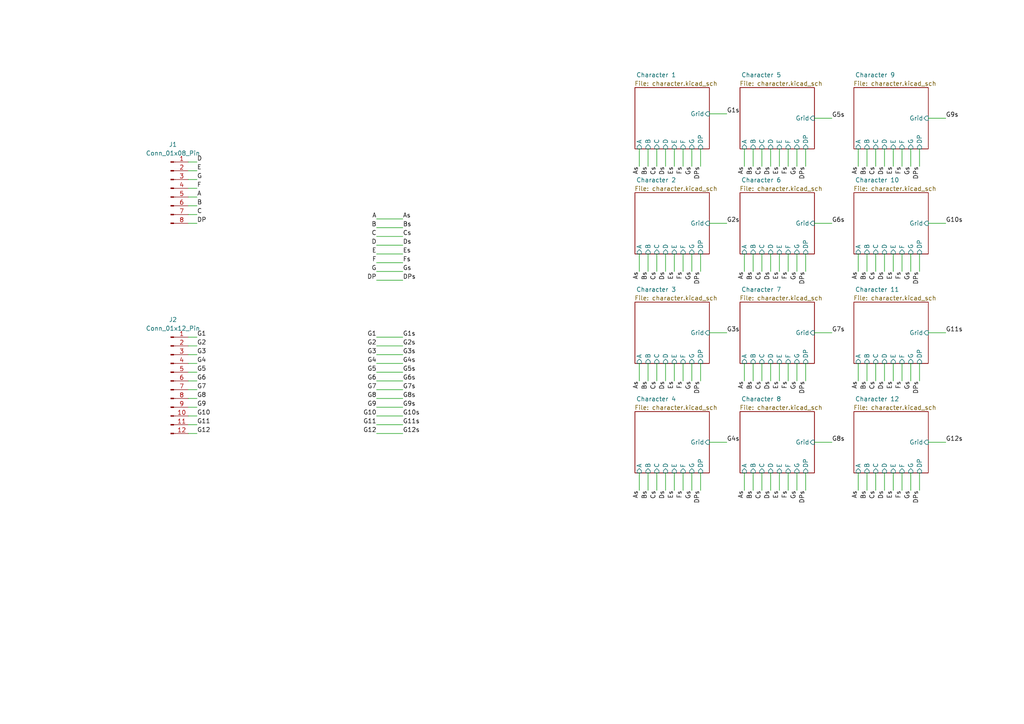
<source format=kicad_sch>
(kicad_sch (version 20230819) (generator eeschema)
  (paper "A4")
  (lib_symbols
    (symbol "Connector:Conn_01x08_Pin" (pin_names (offset 1.016) hide)
      (property "Reference" "J" (at 0 10.16 0))
      (property "Value" "Conn_01x08_Pin" (at 0 -12.7 0))
      (symbol "Conn_01x08_Pin_1_1"
        (polyline (pts (xy 1.27 -10.16) (xy 0.8636 -10.16)) (stroke (width 0.1524)))
        (polyline (pts (xy 1.27 -7.62) (xy 0.8636 -7.62)) (stroke (width 0.1524)))
        (polyline (pts (xy 1.27 -5.08) (xy 0.8636 -5.08)) (stroke (width 0.1524)))
        (polyline (pts (xy 1.27 -2.54) (xy 0.8636 -2.54)) (stroke (width 0.1524)))
        (polyline (pts (xy 1.27 0) (xy 0.8636 0)) (stroke (width 0.1524)))
        (polyline (pts (xy 1.27 2.54) (xy 0.8636 2.54)) (stroke (width 0.1524)))
        (polyline (pts (xy 1.27 5.08) (xy 0.8636 5.08)) (stroke (width 0.1524)))
        (polyline (pts (xy 1.27 7.62) (xy 0.8636 7.62)) (stroke (width 0.1524)))
        (rectangle (start 0.8636 -10.033) (end 0 -10.287) (stroke (width 0.1524)) (fill (type outline)))
        (rectangle (start 0.8636 -7.493) (end 0 -7.747) (stroke (width 0.1524)) (fill (type outline)))
        (rectangle (start 0.8636 -4.953) (end 0 -5.207) (stroke (width 0.1524)) (fill (type outline)))
        (rectangle (start 0.8636 -2.413) (end 0 -2.667) (stroke (width 0.1524)) (fill (type outline)))
        (rectangle (start 0.8636 0.127) (end 0 -0.127) (stroke (width 0.1524)) (fill (type outline)))
        (rectangle (start 0.8636 2.667) (end 0 2.413) (stroke (width 0.1524)) (fill (type outline)))
        (rectangle (start 0.8636 5.207) (end 0 4.953) (stroke (width 0.1524)) (fill (type outline)))
        (rectangle (start 0.8636 7.747) (end 0 7.493) (stroke (width 0.1524)) (fill (type outline)))
        (pin passive line (at 5.08 7.62 180) (length 3.81) (name "Pin_1") (number "1"))
        (pin passive line (at 5.08 5.08 180) (length 3.81) (name "Pin_2") (number "2"))
        (pin passive line (at 5.08 2.54 180) (length 3.81) (name "Pin_3") (number "3"))
        (pin passive line (at 5.08 0 180) (length 3.81) (name "Pin_4") (number "4"))
        (pin passive line (at 5.08 -2.54 180) (length 3.81) (name "Pin_5") (number "5"))
        (pin passive line (at 5.08 -5.08 180) (length 3.81) (name "Pin_6") (number "6"))
        (pin passive line (at 5.08 -7.62 180) (length 3.81) (name "Pin_7") (number "7"))
        (pin passive line (at 5.08 -10.16 180) (length 3.81) (name "Pin_8") (number "8"))
      )
    )
    (symbol "Connector:Conn_01x12_Pin" (pin_names (offset 1.016) hide)
      (property "Reference" "J" (at 0 15.24 0))
      (property "Value" "Conn_01x12_Pin" (at 0 -17.78 0))
      (symbol "Conn_01x12_Pin_1_1"
        (polyline (pts (xy 1.27 -15.24) (xy 0.8636 -15.24)) (stroke (width 0.1524)))
        (polyline (pts (xy 1.27 -12.7) (xy 0.8636 -12.7)) (stroke (width 0.1524)))
        (polyline (pts (xy 1.27 -10.16) (xy 0.8636 -10.16)) (stroke (width 0.1524)))
        (polyline (pts (xy 1.27 -7.62) (xy 0.8636 -7.62)) (stroke (width 0.1524)))
        (polyline (pts (xy 1.27 -5.08) (xy 0.8636 -5.08)) (stroke (width 0.1524)))
        (polyline (pts (xy 1.27 -2.54) (xy 0.8636 -2.54)) (stroke (width 0.1524)))
        (polyline (pts (xy 1.27 0) (xy 0.8636 0)) (stroke (width 0.1524)))
        (polyline (pts (xy 1.27 2.54) (xy 0.8636 2.54)) (stroke (width 0.1524)))
        (polyline (pts (xy 1.27 5.08) (xy 0.8636 5.08)) (stroke (width 0.1524)))
        (polyline (pts (xy 1.27 7.62) (xy 0.8636 7.62)) (stroke (width 0.1524)))
        (polyline (pts (xy 1.27 10.16) (xy 0.8636 10.16)) (stroke (width 0.1524)))
        (polyline (pts (xy 1.27 12.7) (xy 0.8636 12.7)) (stroke (width 0.1524)))
        (rectangle (start 0.8636 -15.113) (end 0 -15.367) (stroke (width 0.1524)) (fill (type outline)))
        (rectangle (start 0.8636 -12.573) (end 0 -12.827) (stroke (width 0.1524)) (fill (type outline)))
        (rectangle (start 0.8636 -10.033) (end 0 -10.287) (stroke (width 0.1524)) (fill (type outline)))
        (rectangle (start 0.8636 -7.493) (end 0 -7.747) (stroke (width 0.1524)) (fill (type outline)))
        (rectangle (start 0.8636 -4.953) (end 0 -5.207) (stroke (width 0.1524)) (fill (type outline)))
        (rectangle (start 0.8636 -2.413) (end 0 -2.667) (stroke (width 0.1524)) (fill (type outline)))
        (rectangle (start 0.8636 0.127) (end 0 -0.127) (stroke (width 0.1524)) (fill (type outline)))
        (rectangle (start 0.8636 2.667) (end 0 2.413) (stroke (width 0.1524)) (fill (type outline)))
        (rectangle (start 0.8636 5.207) (end 0 4.953) (stroke (width 0.1524)) (fill (type outline)))
        (rectangle (start 0.8636 7.747) (end 0 7.493) (stroke (width 0.1524)) (fill (type outline)))
        (rectangle (start 0.8636 10.287) (end 0 10.033) (stroke (width 0.1524)) (fill (type outline)))
        (rectangle (start 0.8636 12.827) (end 0 12.573) (stroke (width 0.1524)) (fill (type outline)))
        (pin passive line (at 5.08 12.7 180) (length 3.81) (name "Pin_1") (number "1"))
        (pin passive line (at 5.08 -10.16 180) (length 3.81) (name "Pin_10") (number "10"))
        (pin passive line (at 5.08 -12.7 180) (length 3.81) (name "Pin_11") (number "11"))
        (pin passive line (at 5.08 -15.24 180) (length 3.81) (name "Pin_12") (number "12"))
        (pin passive line (at 5.08 10.16 180) (length 3.81) (name "Pin_2") (number "2"))
        (pin passive line (at 5.08 7.62 180) (length 3.81) (name "Pin_3") (number "3"))
        (pin passive line (at 5.08 5.08 180) (length 3.81) (name "Pin_4") (number "4"))
        (pin passive line (at 5.08 2.54 180) (length 3.81) (name "Pin_5") (number "5"))
        (pin passive line (at 5.08 0 180) (length 3.81) (name "Pin_6") (number "6"))
        (pin passive line (at 5.08 -2.54 180) (length 3.81) (name "Pin_7") (number "7"))
        (pin passive line (at 5.08 -5.08 180) (length 3.81) (name "Pin_8") (number "8"))
        (pin passive line (at 5.08 -7.62 180) (length 3.81) (name "Pin_9") (number "9"))
      )
    )
  )
  (wire (pts (xy 236.22 34.29) (xy 241.3 34.29)))
  (wire (pts (xy 228.6 43.18) (xy 228.6 48.26)))
  (wire (pts (xy 57.15 97.79) (xy 54.61 97.79)))
  (wire (pts (xy 57.15 125.73) (xy 54.61 125.73)))
  (wire (pts (xy 195.58 137.16) (xy 195.58 142.24)))
  (wire (pts (xy 218.44 73.66) (xy 218.44 78.74)))
  (wire (pts (xy 233.68 43.18) (xy 233.68 48.26)))
  (wire (pts (xy 215.9 137.16) (xy 215.9 142.24)))
  (wire (pts (xy 226.06 105.41) (xy 226.06 110.49)))
  (wire (pts (xy 57.15 59.69) (xy 54.61 59.69)))
  (wire (pts (xy 269.24 128.27) (xy 274.32 128.27)))
  (wire (pts (xy 109.22 107.95) (xy 116.84 107.95)))
  (wire (pts (xy 236.22 96.52) (xy 241.3 96.52)))
  (wire (pts (xy 109.22 76.2) (xy 116.84 76.2)))
  (wire (pts (xy 193.04 73.66) (xy 193.04 78.74)))
  (wire (pts (xy 185.42 43.18) (xy 185.42 48.26)))
  (wire (pts (xy 259.08 105.41) (xy 259.08 110.49)))
  (wire (pts (xy 218.44 43.18) (xy 218.44 48.26)))
  (wire (pts (xy 254 43.18) (xy 254 48.26)))
  (wire (pts (xy 261.62 43.18) (xy 261.62 48.26)))
  (wire (pts (xy 215.9 43.18) (xy 215.9 48.26)))
  (wire (pts (xy 109.22 68.58) (xy 116.84 68.58)))
  (wire (pts (xy 109.22 102.87) (xy 116.84 102.87)))
  (wire (pts (xy 195.58 43.18) (xy 195.58 48.26)))
  (wire (pts (xy 233.68 137.16) (xy 233.68 142.24)))
  (wire (pts (xy 231.14 43.18) (xy 231.14 48.26)))
  (wire (pts (xy 236.22 128.27) (xy 241.3 128.27)))
  (wire (pts (xy 261.62 137.16) (xy 261.62 142.24)))
  (wire (pts (xy 248.92 73.66) (xy 248.92 78.74)))
  (wire (pts (xy 220.98 137.16) (xy 220.98 142.24)))
  (wire (pts (xy 266.7 73.66) (xy 266.7 78.74)))
  (wire (pts (xy 109.22 81.28) (xy 116.84 81.28)))
  (wire (pts (xy 256.54 105.41) (xy 256.54 110.49)))
  (wire (pts (xy 223.52 137.16) (xy 223.52 142.24)))
  (wire (pts (xy 220.98 43.18) (xy 220.98 48.26)))
  (wire (pts (xy 187.96 43.18) (xy 187.96 48.26)))
  (wire (pts (xy 269.24 96.52) (xy 274.32 96.52)))
  (wire (pts (xy 57.15 113.03) (xy 54.61 113.03)))
  (wire (pts (xy 57.15 115.57) (xy 54.61 115.57)))
  (wire (pts (xy 200.66 137.16) (xy 200.66 142.24)))
  (wire (pts (xy 109.22 123.19) (xy 116.84 123.19)))
  (wire (pts (xy 190.5 73.66) (xy 190.5 78.74)))
  (wire (pts (xy 185.42 105.41) (xy 185.42 110.49)))
  (wire (pts (xy 57.15 100.33) (xy 54.61 100.33)))
  (wire (pts (xy 205.74 96.52) (xy 210.82 96.52)))
  (wire (pts (xy 228.6 105.41) (xy 228.6 110.49)))
  (wire (pts (xy 57.15 107.95) (xy 54.61 107.95)))
  (wire (pts (xy 200.66 43.18) (xy 200.66 48.26)))
  (wire (pts (xy 57.15 102.87) (xy 54.61 102.87)))
  (wire (pts (xy 254 105.41) (xy 254 110.49)))
  (wire (pts (xy 57.15 64.77) (xy 54.61 64.77)))
  (wire (pts (xy 57.15 54.61) (xy 54.61 54.61)))
  (wire (pts (xy 109.22 115.57) (xy 116.84 115.57)))
  (wire (pts (xy 109.22 97.79) (xy 116.84 97.79)))
  (wire (pts (xy 195.58 73.66) (xy 195.58 78.74)))
  (wire (pts (xy 57.15 120.65) (xy 54.61 120.65)))
  (wire (pts (xy 203.2 105.41) (xy 203.2 110.49)))
  (wire (pts (xy 193.04 105.41) (xy 193.04 110.49)))
  (wire (pts (xy 215.9 73.66) (xy 215.9 78.74)))
  (wire (pts (xy 57.15 123.19) (xy 54.61 123.19)))
  (wire (pts (xy 251.46 43.18) (xy 251.46 48.26)))
  (wire (pts (xy 266.7 105.41) (xy 266.7 110.49)))
  (wire (pts (xy 190.5 105.41) (xy 190.5 110.49)))
  (wire (pts (xy 254 73.66) (xy 254 78.74)))
  (wire (pts (xy 228.6 137.16) (xy 228.6 142.24)))
  (wire (pts (xy 190.5 43.18) (xy 190.5 48.26)))
  (wire (pts (xy 269.24 64.77) (xy 274.32 64.77)))
  (wire (pts (xy 264.16 137.16) (xy 264.16 142.24)))
  (wire (pts (xy 248.92 137.16) (xy 248.92 142.24)))
  (wire (pts (xy 205.74 33.02) (xy 210.82 33.02)))
  (wire (pts (xy 205.74 64.77) (xy 210.82 64.77)))
  (wire (pts (xy 226.06 137.16) (xy 226.06 142.24)))
  (wire (pts (xy 223.52 73.66) (xy 223.52 78.74)))
  (wire (pts (xy 203.2 137.16) (xy 203.2 142.24)))
  (wire (pts (xy 266.7 137.16) (xy 266.7 142.24)))
  (wire (pts (xy 248.92 105.41) (xy 248.92 110.49)))
  (wire (pts (xy 218.44 105.41) (xy 218.44 110.49)))
  (wire (pts (xy 264.16 73.66) (xy 264.16 78.74)))
  (wire (pts (xy 226.06 43.18) (xy 226.06 48.26)))
  (wire (pts (xy 269.24 34.29) (xy 274.32 34.29)))
  (wire (pts (xy 256.54 73.66) (xy 256.54 78.74)))
  (wire (pts (xy 231.14 105.41) (xy 231.14 110.49)))
  (wire (pts (xy 109.22 73.66) (xy 116.84 73.66)))
  (wire (pts (xy 215.9 105.41) (xy 215.9 110.49)))
  (wire (pts (xy 236.22 64.77) (xy 241.3 64.77)))
  (wire (pts (xy 109.22 63.5) (xy 116.84 63.5)))
  (wire (pts (xy 223.52 43.18) (xy 223.52 48.26)))
  (wire (pts (xy 109.22 66.04) (xy 116.84 66.04)))
  (wire (pts (xy 200.66 73.66) (xy 200.66 78.74)))
  (wire (pts (xy 231.14 73.66) (xy 231.14 78.74)))
  (wire (pts (xy 198.12 105.41) (xy 198.12 110.49)))
  (wire (pts (xy 203.2 43.18) (xy 203.2 48.26)))
  (wire (pts (xy 226.06 73.66) (xy 226.06 78.74)))
  (wire (pts (xy 57.15 57.15) (xy 54.61 57.15)))
  (wire (pts (xy 109.22 110.49) (xy 116.84 110.49)))
  (wire (pts (xy 198.12 43.18) (xy 198.12 48.26)))
  (wire (pts (xy 109.22 120.65) (xy 116.84 120.65)))
  (wire (pts (xy 193.04 43.18) (xy 193.04 48.26)))
  (wire (pts (xy 266.7 43.18) (xy 266.7 48.26)))
  (wire (pts (xy 218.44 137.16) (xy 218.44 142.24)))
  (wire (pts (xy 195.58 105.41) (xy 195.58 110.49)))
  (wire (pts (xy 223.52 105.41) (xy 223.52 110.49)))
  (wire (pts (xy 57.15 49.53) (xy 54.61 49.53)))
  (wire (pts (xy 264.16 43.18) (xy 264.16 48.26)))
  (wire (pts (xy 251.46 137.16) (xy 251.46 142.24)))
  (wire (pts (xy 254 137.16) (xy 254 142.24)))
  (wire (pts (xy 231.14 137.16) (xy 231.14 142.24)))
  (wire (pts (xy 185.42 137.16) (xy 185.42 142.24)))
  (wire (pts (xy 57.15 118.11) (xy 54.61 118.11)))
  (wire (pts (xy 259.08 137.16) (xy 259.08 142.24)))
  (wire (pts (xy 109.22 78.74) (xy 116.84 78.74)))
  (wire (pts (xy 109.22 105.41) (xy 116.84 105.41)))
  (wire (pts (xy 185.42 73.66) (xy 185.42 78.74)))
  (wire (pts (xy 259.08 43.18) (xy 259.08 48.26)))
  (wire (pts (xy 109.22 100.33) (xy 116.84 100.33)))
  (wire (pts (xy 251.46 73.66) (xy 251.46 78.74)))
  (wire (pts (xy 190.5 137.16) (xy 190.5 142.24)))
  (wire (pts (xy 57.15 46.99) (xy 54.61 46.99)))
  (wire (pts (xy 109.22 113.03) (xy 116.84 113.03)))
  (wire (pts (xy 259.08 73.66) (xy 259.08 78.74)))
  (wire (pts (xy 187.96 105.41) (xy 187.96 110.49)))
  (wire (pts (xy 200.66 105.41) (xy 200.66 110.49)))
  (wire (pts (xy 233.68 73.66) (xy 233.68 78.74)))
  (wire (pts (xy 57.15 110.49) (xy 54.61 110.49)))
  (wire (pts (xy 251.46 105.41) (xy 251.46 110.49)))
  (wire (pts (xy 220.98 73.66) (xy 220.98 78.74)))
  (wire (pts (xy 203.2 73.66) (xy 203.2 78.74)))
  (wire (pts (xy 187.96 137.16) (xy 187.96 142.24)))
  (wire (pts (xy 57.15 52.07) (xy 54.61 52.07)))
  (wire (pts (xy 187.96 73.66) (xy 187.96 78.74)))
  (wire (pts (xy 205.74 128.27) (xy 210.82 128.27)))
  (wire (pts (xy 256.54 137.16) (xy 256.54 142.24)))
  (wire (pts (xy 57.15 105.41) (xy 54.61 105.41)))
  (wire (pts (xy 198.12 137.16) (xy 198.12 142.24)))
  (wire (pts (xy 193.04 137.16) (xy 193.04 142.24)))
  (wire (pts (xy 261.62 105.41) (xy 261.62 110.49)))
  (wire (pts (xy 109.22 125.73) (xy 116.84 125.73)))
  (wire (pts (xy 57.15 62.23) (xy 54.61 62.23)))
  (wire (pts (xy 109.22 118.11) (xy 116.84 118.11)))
  (wire (pts (xy 264.16 105.41) (xy 264.16 110.49)))
  (wire (pts (xy 109.22 71.12) (xy 116.84 71.12)))
  (wire (pts (xy 228.6 73.66) (xy 228.6 78.74)))
  (wire (pts (xy 261.62 73.66) (xy 261.62 78.74)))
  (wire (pts (xy 256.54 43.18) (xy 256.54 48.26)))
  (wire (pts (xy 198.12 73.66) (xy 198.12 78.74)))
  (wire (pts (xy 248.92 43.18) (xy 248.92 48.26)))
  (wire (pts (xy 220.98 105.41) (xy 220.98 110.49)))
  (wire (pts (xy 233.68 105.41) (xy 233.68 110.49)))
  (label "G4s" (at 210.82 128.27 0))
  (label "G12" (at 109.22 125.73 180))
  (label "G10" (at 109.22 120.65 180))
  (label "E" (at 57.15 49.53 0))
  (label "G8s" (at 241.3 128.27 0))
  (label "As" (at 185.42 110.49 270))
  (label "DPs" (at 266.7 48.26 270))
  (label "Ds" (at 223.52 110.49 270))
  (label "DPs" (at 203.2 48.26 270))
  (label "Cs" (at 254 110.49 270))
  (label "Es" (at 226.06 110.49 270))
  (label "Es" (at 259.08 78.74 270))
  (label "G8" (at 57.15 115.57 0))
  (label "G6" (at 109.22 110.49 180))
  (label "Gs" (at 200.66 48.26 270))
  (label "G5" (at 57.15 107.95 0))
  (label "Gs" (at 231.14 110.49 270))
  (label "DPs" (at 116.84 81.28 0))
  (label "G1" (at 57.15 97.79 0))
  (label "Gs" (at 264.16 78.74 270))
  (label "As" (at 248.92 78.74 270))
  (label "G3s" (at 116.84 102.87 0))
  (label "Es" (at 259.08 142.24 270))
  (label "DP" (at 57.15 64.77 0))
  (label "Ds" (at 256.54 142.24 270))
  (label "DPs" (at 233.68 110.49 270))
  (label "D" (at 109.22 71.12 180))
  (label "C" (at 57.15 62.23 0))
  (label "Cs" (at 220.98 48.26 270))
  (label "Bs" (at 251.46 142.24 270))
  (label "G2s" (at 210.82 64.77 0))
  (label "Gs" (at 200.66 78.74 270))
  (label "B" (at 57.15 59.69 0))
  (label "G8s" (at 116.84 115.57 0))
  (label "Cs" (at 254 142.24 270))
  (label "Cs" (at 116.84 68.58 0))
  (label "Cs" (at 254 48.26 270))
  (label "Fs" (at 228.6 78.74 270))
  (label "Bs" (at 218.44 142.24 270))
  (label "C" (at 109.22 68.58 180))
  (label "G11" (at 109.22 123.19 180))
  (label "G11s" (at 274.32 96.52 0))
  (label "Gs" (at 116.84 78.74 0))
  (label "G2" (at 57.15 100.33 0))
  (label "Ds" (at 223.52 142.24 270))
  (label "G10s" (at 274.32 64.77 0))
  (label "Bs" (at 187.96 142.24 270))
  (label "Ds" (at 223.52 48.26 270))
  (label "Bs" (at 251.46 110.49 270))
  (label "Cs" (at 254 78.74 270))
  (label "Fs" (at 228.6 142.24 270))
  (label "G10s" (at 116.84 120.65 0))
  (label "DPs" (at 266.7 142.24 270))
  (label "Ds" (at 193.04 142.24 270))
  (label "G12s" (at 274.32 128.27 0))
  (label "Cs" (at 220.98 78.74 270))
  (label "Ds" (at 256.54 110.49 270))
  (label "Bs" (at 218.44 48.26 270))
  (label "B" (at 109.22 66.04 180))
  (label "G3" (at 109.22 102.87 180))
  (label "Es" (at 195.58 110.49 270))
  (label "Es" (at 195.58 78.74 270))
  (label "DPs" (at 203.2 142.24 270))
  (label "Fs" (at 228.6 110.49 270))
  (label "Cs" (at 220.98 110.49 270))
  (label "G1s" (at 210.82 33.02 0))
  (label "Gs" (at 200.66 110.49 270))
  (label "A" (at 57.15 57.15 0))
  (label "G2" (at 109.22 100.33 180))
  (label "DPs" (at 266.7 110.49 270))
  (label "Cs" (at 190.5 78.74 270))
  (label "G7s" (at 241.3 96.52 0))
  (label "G2s" (at 116.84 100.33 0))
  (label "As" (at 185.42 48.26 270))
  (label "G7s" (at 116.84 113.03 0))
  (label "Fs" (at 198.12 78.74 270))
  (label "D" (at 57.15 46.99 0))
  (label "G9" (at 57.15 118.11 0))
  (label "Es" (at 259.08 110.49 270))
  (label "As" (at 248.92 142.24 270))
  (label "Ds" (at 116.84 71.12 0))
  (label "G3" (at 57.15 102.87 0))
  (label "Fs" (at 228.6 48.26 270))
  (label "Gs" (at 200.66 142.24 270))
  (label "G1s" (at 116.84 97.79 0))
  (label "DPs" (at 266.7 78.74 270))
  (label "Bs" (at 116.84 66.04 0))
  (label "G12" (at 57.15 125.73 0))
  (label "Fs" (at 261.62 78.74 270))
  (label "Fs" (at 261.62 110.49 270))
  (label "Cs" (at 190.5 110.49 270))
  (label "A" (at 109.22 63.5 180))
  (label "G8" (at 109.22 115.57 180))
  (label "Bs" (at 187.96 48.26 270))
  (label "DPs" (at 203.2 78.74 270))
  (label "G9" (at 109.22 118.11 180))
  (label "G4s" (at 116.84 105.41 0))
  (label "Es" (at 116.84 73.66 0))
  (label "E" (at 109.22 73.66 180))
  (label "Gs" (at 264.16 142.24 270))
  (label "G5s" (at 116.84 107.95 0))
  (label "Gs" (at 231.14 78.74 270))
  (label "G6s" (at 116.84 110.49 0))
  (label "G6" (at 57.15 110.49 0))
  (label "Bs" (at 218.44 110.49 270))
  (label "Bs" (at 187.96 78.74 270))
  (label "F" (at 57.15 54.61 0))
  (label "Fs" (at 198.12 48.26 270))
  (label "As" (at 248.92 110.49 270))
  (label "As" (at 215.9 142.24 270))
  (label "G10" (at 57.15 120.65 0))
  (label "Bs" (at 251.46 78.74 270))
  (label "Ds" (at 256.54 48.26 270))
  (label "Ds" (at 193.04 110.49 270))
  (label "G4" (at 109.22 105.41 180))
  (label "G6s" (at 241.3 64.77 0))
  (label "Gs" (at 231.14 48.26 270))
  (label "Cs" (at 190.5 142.24 270))
  (label "As" (at 215.9 78.74 270))
  (label "Ds" (at 193.04 78.74 270))
  (label "As" (at 215.9 48.26 270))
  (label "Cs" (at 190.5 48.26 270))
  (label "Fs" (at 198.12 142.24 270))
  (label "G7" (at 109.22 113.03 180))
  (label "Gs" (at 231.14 142.24 270))
  (label "Cs" (at 220.98 142.24 270))
  (label "DP" (at 109.22 81.28 180))
  (label "Es" (at 226.06 78.74 270))
  (label "G11s" (at 116.84 123.19 0))
  (label "As" (at 185.42 142.24 270))
  (label "DPs" (at 233.68 142.24 270))
  (label "As" (at 185.42 78.74 270))
  (label "Es" (at 195.58 48.26 270))
  (label "Fs" (at 198.12 110.49 270))
  (label "G" (at 57.15 52.07 0))
  (label "Ds" (at 256.54 78.74 270))
  (label "G4" (at 57.15 105.41 0))
  (label "G12s" (at 116.84 125.73 0))
  (label "Bs" (at 251.46 48.26 270))
  (label "As" (at 116.84 63.5 0))
  (label "As" (at 215.9 110.49 270))
  (label "Gs" (at 264.16 48.26 270))
  (label "G9s" (at 116.84 118.11 0))
  (label "Fs" (at 261.62 142.24 270))
  (label "G3s" (at 210.82 96.52 0))
  (label "Es" (at 195.58 142.24 270))
  (label "Ds" (at 223.52 78.74 270))
  (label "Es" (at 259.08 48.26 270))
  (label "DPs" (at 233.68 78.74 270))
  (label "DPs" (at 233.68 48.26 270))
  (label "F" (at 109.22 76.2 180))
  (label "As" (at 248.92 48.26 270))
  (label "G7" (at 57.15 113.03 0))
  (label "Fs" (at 116.84 76.2 0))
  (label "G1" (at 109.22 97.79 180))
  (label "Bs" (at 218.44 78.74 270))
  (label "G11" (at 57.15 123.19 0))
  (label "DPs" (at 203.2 110.49 270))
  (label "G5" (at 109.22 107.95 180))
  (label "G9s" (at 274.32 34.29 0))
  (label "Es" (at 226.06 48.26 270))
  (label "Ds" (at 193.04 48.26 270))
  (label "Gs" (at 264.16 110.49 270))
  (label "Fs" (at 261.62 48.26 270))
  (label "Bs" (at 187.96 110.49 270))
  (label "Es" (at 226.06 142.24 270))
  (label "G" (at 109.22 78.74 180))
  (label "G5s" (at 241.3 34.29 0))
  (symbol (lib_id "Connector:Conn_01x12_Pin") (at 49.53 110.49 0) (unit 1)
    (property "Reference" "J2" (at 50.165 92.71 0))
    (property "Value" "Conn_01x12_Pin" (at 50.165 95.25 0))
    (property "Footprint" "Connector_PinHeader_2.54mm:PinHeader_1x12_P2.54mm_Vertical" (effects hide))
    (property "Description" "Generic connector, single row, 01x12, script generated" (effects hide))
  )
  (symbol (lib_id "Connector:Conn_01x08_Pin") (at 49.53 54.61 0) (unit 1)
    (property "Reference" "J1" (at 50.165 41.91 0))
    (property "Value" "Conn_01x08_Pin" (at 50.165 44.45 0))
    (property "Footprint" "Connector_PinHeader_2.54mm:PinHeader_1x08_P2.54mm_Vertical" (effects hide))
    (property "Description" "Generic connector, single row, 01x08, script generated" (effects hide))
  )
  (sheet (at 184.15 25.4) (size 21.59 17.78) (stroke (width 0.1524))
    (property "Sheetname" "Character 1" (at 184.531 22.479 0) (effects (justify left bottom)))
    (property "Sheetfile" "character.kicad_sch" (at 184.023 23.495 0) (effects (justify left top)))
    (pin "Grid" input (at 205.74 33.02 0))
    (pin "G" input (at 200.66 43.18 270))
    (pin "A" input (at 185.42 43.18 270))
    (pin "F" input (at 198.12 43.18 270))
    (pin "B" input (at 187.96 43.18 270))
    (pin "E" input (at 195.58 43.18 270))
    (pin "C" input (at 190.5 43.18 270))
    (pin "D" input (at 193.04 43.18 270))
    (pin "DP" input (at 203.2 43.18 270))
  )
  (sheet (at 184.15 87.63) (size 21.59 17.78) (stroke (width 0.1524))
    (property "Sheetname" "Character 3" (at 184.531 84.709 0) (effects (justify left bottom)))
    (property "Sheetfile" "character.kicad_sch" (at 184.023 85.725 0) (effects (justify left top)))
    (pin "Grid" input (at 205.74 96.52 0))
    (pin "G" input (at 200.66 105.41 270))
    (pin "A" input (at 185.42 105.41 270))
    (pin "F" input (at 198.12 105.41 270))
    (pin "B" input (at 187.96 105.41 270))
    (pin "E" input (at 195.58 105.41 270))
    (pin "C" input (at 190.5 105.41 270))
    (pin "D" input (at 193.04 105.41 270))
    (pin "DP" input (at 203.2 105.41 270))
  )
  (sheet (at 184.15 119.38) (size 21.59 17.78) (stroke (width 0.1524))
    (property "Sheetname" "Character 4" (at 184.531 116.459 0) (effects (justify left bottom)))
    (property "Sheetfile" "character.kicad_sch" (at 184.023 117.475 0) (effects (justify left top)))
    (pin "Grid" input (at 205.74 128.27 0))
    (pin "G" input (at 200.66 137.16 270))
    (pin "A" input (at 185.42 137.16 270))
    (pin "F" input (at 198.12 137.16 270))
    (pin "B" input (at 187.96 137.16 270))
    (pin "E" input (at 195.58 137.16 270))
    (pin "C" input (at 190.5 137.16 270))
    (pin "D" input (at 193.04 137.16 270))
    (pin "DP" input (at 203.2 137.16 270))
  )
  (sheet (at 247.65 87.63) (size 21.59 17.78) (stroke (width 0.1524))
    (property "Sheetname" "Character 11" (at 248.031 84.709 0) (effects (justify left bottom)))
    (property "Sheetfile" "character.kicad_sch" (at 247.523 85.725 0) (effects (justify left top)))
    (pin "Grid" input (at 269.24 96.52 0))
    (pin "G" input (at 264.16 105.41 270))
    (pin "A" input (at 248.92 105.41 270))
    (pin "F" input (at 261.62 105.41 270))
    (pin "B" input (at 251.46 105.41 270))
    (pin "E" input (at 259.08 105.41 270))
    (pin "C" input (at 254 105.41 270))
    (pin "D" input (at 256.54 105.41 270))
    (pin "DP" input (at 266.7 105.41 270))
  )
  (sheet (at 247.65 25.4) (size 21.59 17.78) (stroke (width 0.1524))
    (property "Sheetname" "Character 9" (at 248.031 22.479 0) (effects (justify left bottom)))
    (property "Sheetfile" "character.kicad_sch" (at 247.523 23.495 0) (effects (justify left top)))
    (pin "Grid" input (at 269.24 34.29 0))
    (pin "G" input (at 264.16 43.18 270))
    (pin "A" input (at 248.92 43.18 270))
    (pin "F" input (at 261.62 43.18 270))
    (pin "B" input (at 251.46 43.18 270))
    (pin "E" input (at 259.08 43.18 270))
    (pin "C" input (at 254 43.18 270))
    (pin "D" input (at 256.54 43.18 270))
    (pin "DP" input (at 266.7 43.18 270))
  )
  (sheet (at 247.65 55.88) (size 21.59 17.78) (stroke (width 0.1524))
    (property "Sheetname" "Character 10" (at 248.031 52.959 0) (effects (justify left bottom)))
    (property "Sheetfile" "character.kicad_sch" (at 247.523 53.975 0) (effects (justify left top)))
    (pin "Grid" input (at 269.24 64.77 0))
    (pin "G" input (at 264.16 73.66 270))
    (pin "A" input (at 248.92 73.66 270))
    (pin "F" input (at 261.62 73.66 270))
    (pin "B" input (at 251.46 73.66 270))
    (pin "E" input (at 259.08 73.66 270))
    (pin "C" input (at 254 73.66 270))
    (pin "D" input (at 256.54 73.66 270))
    (pin "DP" input (at 266.7 73.66 270))
  )
  (sheet (at 214.63 119.38) (size 21.59 17.78) (stroke (width 0.1524))
    (property "Sheetname" "Character 8" (at 215.011 116.459 0) (effects (justify left bottom)))
    (property "Sheetfile" "character.kicad_sch" (at 214.503 117.475 0) (effects (justify left top)))
    (pin "Grid" input (at 236.22 128.27 0))
    (pin "G" input (at 231.14 137.16 270))
    (pin "A" input (at 215.9 137.16 270))
    (pin "F" input (at 228.6 137.16 270))
    (pin "B" input (at 218.44 137.16 270))
    (pin "E" input (at 226.06 137.16 270))
    (pin "C" input (at 220.98 137.16 270))
    (pin "D" input (at 223.52 137.16 270))
    (pin "DP" input (at 233.68 137.16 270))
  )
  (sheet (at 214.63 55.88) (size 21.59 17.78) (stroke (width 0.1524))
    (property "Sheetname" "Character 6" (at 215.011 52.959 0) (effects (justify left bottom)))
    (property "Sheetfile" "character.kicad_sch" (at 214.503 53.975 0) (effects (justify left top)))
    (pin "Grid" input (at 236.22 64.77 0))
    (pin "G" input (at 231.14 73.66 270))
    (pin "A" input (at 215.9 73.66 270))
    (pin "F" input (at 228.6 73.66 270))
    (pin "B" input (at 218.44 73.66 270))
    (pin "E" input (at 226.06 73.66 270))
    (pin "C" input (at 220.98 73.66 270))
    (pin "D" input (at 223.52 73.66 270))
    (pin "DP" input (at 233.68 73.66 270))
  )
  (sheet (at 247.65 119.38) (size 21.59 17.78) (stroke (width 0.1524))
    (property "Sheetname" "Character 12" (at 248.031 116.459 0) (effects (justify left bottom)))
    (property "Sheetfile" "character.kicad_sch" (at 247.523 117.475 0) (effects (justify left top)))
    (pin "Grid" input (at 269.24 128.27 0))
    (pin "G" input (at 264.16 137.16 270))
    (pin "A" input (at 248.92 137.16 270))
    (pin "F" input (at 261.62 137.16 270))
    (pin "B" input (at 251.46 137.16 270))
    (pin "E" input (at 259.08 137.16 270))
    (pin "C" input (at 254 137.16 270))
    (pin "D" input (at 256.54 137.16 270))
    (pin "DP" input (at 266.7 137.16 270))
  )
  (sheet (at 214.63 25.4) (size 21.59 17.78) (stroke (width 0.1524))
    (property "Sheetname" "Character 5" (at 215.011 22.479 0) (effects (justify left bottom)))
    (property "Sheetfile" "character.kicad_sch" (at 214.503 23.495 0) (effects (justify left top)))
    (pin "Grid" input (at 236.22 34.29 0))
    (pin "G" input (at 231.14 43.18 270))
    (pin "A" input (at 215.9 43.18 270))
    (pin "F" input (at 228.6 43.18 270))
    (pin "B" input (at 218.44 43.18 270))
    (pin "E" input (at 226.06 43.18 270))
    (pin "C" input (at 220.98 43.18 270))
    (pin "D" input (at 223.52 43.18 270))
    (pin "DP" input (at 233.68 43.18 270))
  )
  (sheet (at 214.63 87.63) (size 21.59 17.78) (stroke (width 0.1524))
    (property "Sheetname" "Character 7" (at 215.011 84.709 0) (effects (justify left bottom)))
    (property "Sheetfile" "character.kicad_sch" (at 214.503 85.725 0) (effects (justify left top)))
    (pin "Grid" input (at 236.22 96.52 0))
    (pin "G" input (at 231.14 105.41 270))
    (pin "A" input (at 215.9 105.41 270))
    (pin "F" input (at 228.6 105.41 270))
    (pin "B" input (at 218.44 105.41 270))
    (pin "E" input (at 226.06 105.41 270))
    (pin "C" input (at 220.98 105.41 270))
    (pin "D" input (at 223.52 105.41 270))
    (pin "DP" input (at 233.68 105.41 270))
  )
  (sheet (at 184.15 55.88) (size 21.59 17.78) (stroke (width 0.1524))
    (property "Sheetname" "Character 2" (at 184.531 52.959 0) (effects (justify left bottom)))
    (property "Sheetfile" "character.kicad_sch" (at 184.023 53.975 0) (effects (justify left top)))
    (pin "Grid" input (at 205.74 64.77 0))
    (pin "G" input (at 200.66 73.66 270))
    (pin "A" input (at 185.42 73.66 270))
    (pin "F" input (at 198.12 73.66 270))
    (pin "B" input (at 187.96 73.66 270))
    (pin "E" input (at 195.58 73.66 270))
    (pin "C" input (at 190.5 73.66 270))
    (pin "D" input (at 193.04 73.66 270))
    (pin "DP" input (at 203.2 73.66 270))
  )
)
</source>
